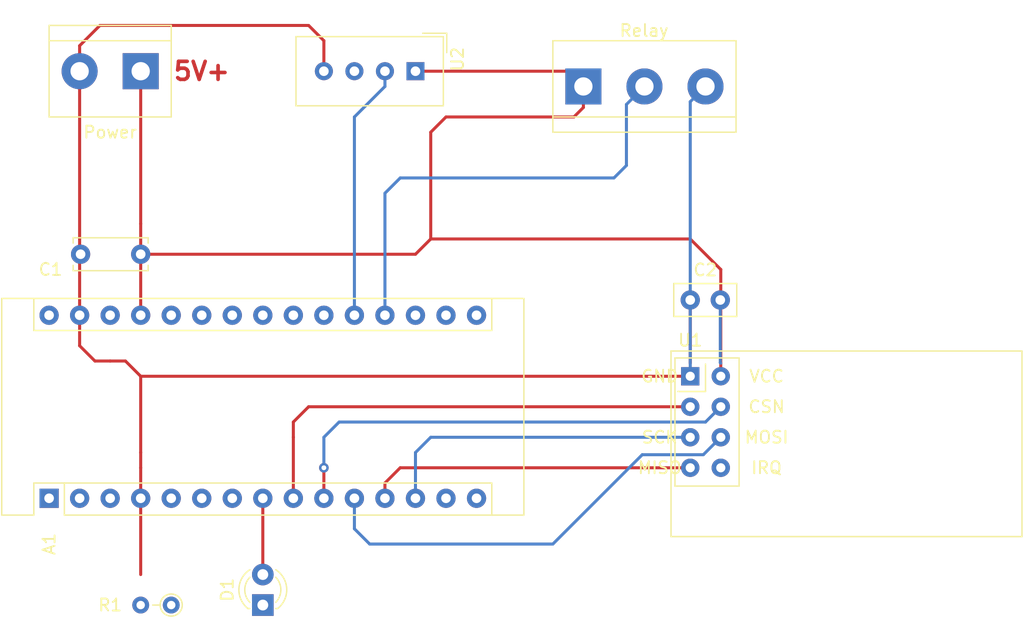
<source format=kicad_pcb>
(kicad_pcb (version 20171130) (host pcbnew "(5.1.2)-2")

  (general
    (thickness 1.6)
    (drawings 8)
    (tracks 68)
    (zones 0)
    (modules 9)
    (nets 35)
  )

  (page A4)
  (layers
    (0 F.Cu signal)
    (31 B.Cu signal)
    (32 B.Adhes user)
    (33 F.Adhes user)
    (34 B.Paste user)
    (35 F.Paste user)
    (36 B.SilkS user)
    (37 F.SilkS user)
    (38 B.Mask user)
    (39 F.Mask user)
    (40 Dwgs.User user)
    (41 Cmts.User user)
    (42 Eco1.User user)
    (43 Eco2.User user)
    (44 Edge.Cuts user)
    (45 Margin user)
    (46 B.CrtYd user)
    (47 F.CrtYd user)
    (48 B.Fab user)
    (49 F.Fab user)
  )

  (setup
    (last_trace_width 0.25)
    (trace_clearance 0.2)
    (zone_clearance 0.508)
    (zone_45_only no)
    (trace_min 0.2)
    (via_size 0.8)
    (via_drill 0.4)
    (via_min_size 0.4)
    (via_min_drill 0.3)
    (uvia_size 0.3)
    (uvia_drill 0.1)
    (uvias_allowed no)
    (uvia_min_size 0.2)
    (uvia_min_drill 0.1)
    (edge_width 0.05)
    (segment_width 0.2)
    (pcb_text_width 0.3)
    (pcb_text_size 1.5 1.5)
    (mod_edge_width 0.12)
    (mod_text_size 1 1)
    (mod_text_width 0.15)
    (pad_size 1.6 1.6)
    (pad_drill 0.8)
    (pad_to_mask_clearance 0.051)
    (solder_mask_min_width 0.25)
    (aux_axis_origin 0 0)
    (visible_elements 7FFFFFFF)
    (pcbplotparams
      (layerselection 0x010fc_ffffffff)
      (usegerberextensions false)
      (usegerberattributes false)
      (usegerberadvancedattributes false)
      (creategerberjobfile false)
      (excludeedgelayer true)
      (linewidth 0.100000)
      (plotframeref false)
      (viasonmask false)
      (mode 1)
      (useauxorigin false)
      (hpglpennumber 1)
      (hpglpenspeed 20)
      (hpglpendiameter 15.000000)
      (psnegative false)
      (psa4output false)
      (plotreference true)
      (plotvalue true)
      (plotinvisibletext false)
      (padsonsilk false)
      (subtractmaskfromsilk false)
      (outputformat 1)
      (mirror false)
      (drillshape 1)
      (scaleselection 1)
      (outputdirectory ""))
  )

  (net 0 "")
  (net 1 "Net-(A1-Pad16)")
  (net 2 "Net-(A1-Pad15)")
  (net 3 "Net-(A1-Pad30)")
  (net 4 "Net-(A1-Pad14)")
  (net 5 "Net-(A1-Pad13)")
  (net 6 "Net-(A1-Pad28)")
  (net 7 "Net-(A1-Pad12)")
  (net 8 "Net-(A1-Pad11)")
  (net 9 "Net-(A1-Pad26)")
  (net 10 "Net-(A1-Pad10)")
  (net 11 "Net-(A1-Pad25)")
  (net 12 "Net-(A1-Pad24)")
  (net 13 "Net-(A1-Pad8)")
  (net 14 "Net-(A1-Pad23)")
  (net 15 "Net-(A1-Pad7)")
  (net 16 "Net-(A1-Pad22)")
  (net 17 "Net-(A1-Pad6)")
  (net 18 "Net-(A1-Pad21)")
  (net 19 "Net-(A1-Pad5)")
  (net 20 "Net-(A1-Pad20)")
  (net 21 "Net-(A1-Pad19)")
  (net 22 "Net-(A1-Pad3)")
  (net 23 "Net-(A1-Pad18)")
  (net 24 "Net-(A1-Pad2)")
  (net 25 "Net-(A1-Pad17)")
  (net 26 "Net-(A1-Pad1)")
  (net 27 "Net-(U1-Pad8)")
  (net 28 "Net-(A1-Pad9)")
  (net 29 "Net-(D1-Pad1)")
  (net 30 GND)
  (net 31 +5V)
  (net 32 "Net-(U2-Pad3)")
  (net 33 "Net-(C2-Pad2)")
  (net 34 "Net-(C2-Pad1)")

  (net_class Default "This is the default net class."
    (clearance 0.2)
    (trace_width 0.25)
    (via_dia 0.8)
    (via_drill 0.4)
    (uvia_dia 0.3)
    (uvia_drill 0.1)
    (add_net +5V)
    (add_net GND)
    (add_net "Net-(A1-Pad1)")
    (add_net "Net-(A1-Pad10)")
    (add_net "Net-(A1-Pad11)")
    (add_net "Net-(A1-Pad12)")
    (add_net "Net-(A1-Pad13)")
    (add_net "Net-(A1-Pad14)")
    (add_net "Net-(A1-Pad15)")
    (add_net "Net-(A1-Pad16)")
    (add_net "Net-(A1-Pad17)")
    (add_net "Net-(A1-Pad18)")
    (add_net "Net-(A1-Pad19)")
    (add_net "Net-(A1-Pad2)")
    (add_net "Net-(A1-Pad20)")
    (add_net "Net-(A1-Pad21)")
    (add_net "Net-(A1-Pad22)")
    (add_net "Net-(A1-Pad23)")
    (add_net "Net-(A1-Pad24)")
    (add_net "Net-(A1-Pad25)")
    (add_net "Net-(A1-Pad26)")
    (add_net "Net-(A1-Pad28)")
    (add_net "Net-(A1-Pad3)")
    (add_net "Net-(A1-Pad30)")
    (add_net "Net-(A1-Pad5)")
    (add_net "Net-(A1-Pad6)")
    (add_net "Net-(A1-Pad7)")
    (add_net "Net-(A1-Pad8)")
    (add_net "Net-(A1-Pad9)")
    (add_net "Net-(C2-Pad1)")
    (add_net "Net-(C2-Pad2)")
    (add_net "Net-(D1-Pad1)")
    (add_net "Net-(U1-Pad8)")
    (add_net "Net-(U2-Pad3)")
  )

  (module Module:Arduino_Nano (layer F.Cu) (tedit 58ACAF70) (tstamp 5D22BD27)
    (at 86.36 90.17 90)
    (descr "Arduino Nano, http://www.mouser.com/pdfdocs/Gravitech_Arduino_Nano3_0.pdf")
    (tags "Arduino Nano")
    (path /5D224824)
    (fp_text reference A1 (at -3.81 0 90) (layer F.SilkS)
      (effects (font (size 1 1) (thickness 0.15)))
    )
    (fp_text value Arduino_Nano_v2.x (at 8.89 19.05) (layer F.Fab)
      (effects (font (size 1 1) (thickness 0.15)))
    )
    (fp_line (start 16.75 42.16) (end -1.53 42.16) (layer F.CrtYd) (width 0.05))
    (fp_line (start 16.75 42.16) (end 16.75 -4.06) (layer F.CrtYd) (width 0.05))
    (fp_line (start -1.53 -4.06) (end -1.53 42.16) (layer F.CrtYd) (width 0.05))
    (fp_line (start -1.53 -4.06) (end 16.75 -4.06) (layer F.CrtYd) (width 0.05))
    (fp_line (start 16.51 -3.81) (end 16.51 39.37) (layer F.Fab) (width 0.1))
    (fp_line (start 0 -3.81) (end 16.51 -3.81) (layer F.Fab) (width 0.1))
    (fp_line (start -1.27 -2.54) (end 0 -3.81) (layer F.Fab) (width 0.1))
    (fp_line (start -1.27 39.37) (end -1.27 -2.54) (layer F.Fab) (width 0.1))
    (fp_line (start 16.51 39.37) (end -1.27 39.37) (layer F.Fab) (width 0.1))
    (fp_line (start 16.64 -3.94) (end -1.4 -3.94) (layer F.SilkS) (width 0.12))
    (fp_line (start 16.64 39.5) (end 16.64 -3.94) (layer F.SilkS) (width 0.12))
    (fp_line (start -1.4 39.5) (end 16.64 39.5) (layer F.SilkS) (width 0.12))
    (fp_line (start 3.81 41.91) (end 3.81 31.75) (layer F.Fab) (width 0.1))
    (fp_line (start 11.43 41.91) (end 3.81 41.91) (layer F.Fab) (width 0.1))
    (fp_line (start 11.43 31.75) (end 11.43 41.91) (layer F.Fab) (width 0.1))
    (fp_line (start 3.81 31.75) (end 11.43 31.75) (layer F.Fab) (width 0.1))
    (fp_line (start 1.27 36.83) (end -1.4 36.83) (layer F.SilkS) (width 0.12))
    (fp_line (start 1.27 1.27) (end 1.27 36.83) (layer F.SilkS) (width 0.12))
    (fp_line (start 1.27 1.27) (end -1.4 1.27) (layer F.SilkS) (width 0.12))
    (fp_line (start 13.97 36.83) (end 16.64 36.83) (layer F.SilkS) (width 0.12))
    (fp_line (start 13.97 -1.27) (end 13.97 36.83) (layer F.SilkS) (width 0.12))
    (fp_line (start 13.97 -1.27) (end 16.64 -1.27) (layer F.SilkS) (width 0.12))
    (fp_line (start -1.4 -3.94) (end -1.4 -1.27) (layer F.SilkS) (width 0.12))
    (fp_line (start -1.4 1.27) (end -1.4 39.5) (layer F.SilkS) (width 0.12))
    (fp_line (start 1.27 -1.27) (end -1.4 -1.27) (layer F.SilkS) (width 0.12))
    (fp_line (start 1.27 1.27) (end 1.27 -1.27) (layer F.SilkS) (width 0.12))
    (fp_text user %R (at 3.81 0) (layer F.Fab)
      (effects (font (size 1 1) (thickness 0.15)))
    )
    (pad 16 thru_hole oval (at 15.24 35.56 90) (size 1.6 1.6) (drill 0.8) (layers *.Cu *.Mask)
      (net 1 "Net-(A1-Pad16)"))
    (pad 15 thru_hole oval (at 0 35.56 90) (size 1.6 1.6) (drill 0.8) (layers *.Cu *.Mask)
      (net 2 "Net-(A1-Pad15)"))
    (pad 30 thru_hole oval (at 15.24 0 90) (size 1.6 1.6) (drill 0.8) (layers *.Cu *.Mask)
      (net 3 "Net-(A1-Pad30)"))
    (pad 14 thru_hole oval (at 0 33.02 90) (size 1.6 1.6) (drill 0.8) (layers *.Cu *.Mask)
      (net 4 "Net-(A1-Pad14)"))
    (pad 29 thru_hole oval (at 15.24 2.54 90) (size 1.6 1.6) (drill 0.8) (layers *.Cu *.Mask)
      (net 30 GND))
    (pad 13 thru_hole oval (at 0 30.48 90) (size 1.6 1.6) (drill 0.8) (layers *.Cu *.Mask)
      (net 5 "Net-(A1-Pad13)"))
    (pad 28 thru_hole oval (at 15.24 5.08 90) (size 1.6 1.6) (drill 0.8) (layers *.Cu *.Mask)
      (net 6 "Net-(A1-Pad28)"))
    (pad 12 thru_hole oval (at 0 27.94 90) (size 1.6 1.6) (drill 0.8) (layers *.Cu *.Mask)
      (net 7 "Net-(A1-Pad12)"))
    (pad 27 thru_hole oval (at 15.24 7.62 90) (size 1.6 1.6) (drill 0.8) (layers *.Cu *.Mask)
      (net 31 +5V))
    (pad 11 thru_hole oval (at 0 25.4 90) (size 1.6 1.6) (drill 0.8) (layers *.Cu *.Mask)
      (net 8 "Net-(A1-Pad11)"))
    (pad 26 thru_hole oval (at 15.24 10.16 90) (size 1.6 1.6) (drill 0.8) (layers *.Cu *.Mask)
      (net 9 "Net-(A1-Pad26)"))
    (pad 10 thru_hole oval (at 0 22.86 90) (size 1.6 1.6) (drill 0.8) (layers *.Cu *.Mask)
      (net 10 "Net-(A1-Pad10)"))
    (pad 25 thru_hole oval (at 15.24 12.7 90) (size 1.6 1.6) (drill 0.8) (layers *.Cu *.Mask)
      (net 11 "Net-(A1-Pad25)"))
    (pad 9 thru_hole oval (at 0 20.32 90) (size 1.6 1.6) (drill 0.8) (layers *.Cu *.Mask)
      (net 28 "Net-(A1-Pad9)"))
    (pad 24 thru_hole oval (at 15.24 15.24 90) (size 1.6 1.6) (drill 0.8) (layers *.Cu *.Mask)
      (net 12 "Net-(A1-Pad24)"))
    (pad 8 thru_hole oval (at 0 17.78 90) (size 1.6 1.6) (drill 0.8) (layers *.Cu *.Mask)
      (net 13 "Net-(A1-Pad8)"))
    (pad 23 thru_hole oval (at 15.24 17.78 90) (size 1.6 1.6) (drill 0.8) (layers *.Cu *.Mask)
      (net 14 "Net-(A1-Pad23)"))
    (pad 7 thru_hole oval (at 0 15.24 90) (size 1.6 1.6) (drill 0.8) (layers *.Cu *.Mask)
      (net 15 "Net-(A1-Pad7)"))
    (pad 22 thru_hole oval (at 15.24 20.32 90) (size 1.6 1.6) (drill 0.8) (layers *.Cu *.Mask)
      (net 16 "Net-(A1-Pad22)"))
    (pad 6 thru_hole oval (at 0 12.7 90) (size 1.6 1.6) (drill 0.8) (layers *.Cu *.Mask)
      (net 17 "Net-(A1-Pad6)"))
    (pad 21 thru_hole oval (at 15.24 22.86 90) (size 1.6 1.6) (drill 0.8) (layers *.Cu *.Mask)
      (net 18 "Net-(A1-Pad21)"))
    (pad 5 thru_hole oval (at 0 10.16 90) (size 1.6 1.6) (drill 0.8) (layers *.Cu *.Mask)
      (net 19 "Net-(A1-Pad5)"))
    (pad 20 thru_hole oval (at 15.24 25.4 90) (size 1.6 1.6) (drill 0.8) (layers *.Cu *.Mask)
      (net 20 "Net-(A1-Pad20)"))
    (pad 4 thru_hole oval (at 0 7.62 90) (size 1.6 1.6) (drill 0.8) (layers *.Cu *.Mask)
      (net 30 GND))
    (pad 19 thru_hole oval (at 15.24 27.94 90) (size 1.6 1.6) (drill 0.8) (layers *.Cu *.Mask)
      (net 21 "Net-(A1-Pad19)"))
    (pad 3 thru_hole oval (at 0 5.08 90) (size 1.6 1.6) (drill 0.8) (layers *.Cu *.Mask)
      (net 22 "Net-(A1-Pad3)"))
    (pad 18 thru_hole oval (at 15.24 30.48 90) (size 1.6 1.6) (drill 0.8) (layers *.Cu *.Mask)
      (net 23 "Net-(A1-Pad18)"))
    (pad 2 thru_hole oval (at 0 2.54 90) (size 1.6 1.6) (drill 0.8) (layers *.Cu *.Mask)
      (net 24 "Net-(A1-Pad2)"))
    (pad 17 thru_hole oval (at 15.24 33.02 90) (size 1.6 1.6) (drill 0.8) (layers *.Cu *.Mask)
      (net 25 "Net-(A1-Pad17)"))
    (pad 1 thru_hole rect (at 0 0 90) (size 1.6 1.6) (drill 0.8) (layers *.Cu *.Mask)
      (net 26 "Net-(A1-Pad1)"))
    (model ${KISYS3DMOD}/Module.3dshapes/Arduino_Nano_WithMountingHoles.wrl
      (at (xyz 0 0 0))
      (scale (xyz 1 1 1))
      (rotate (xyz 0 0 0))
    )
  )

  (module Capacitor_THT:C_Disc_D6.0mm_W2.5mm_P5.00mm (layer F.Cu) (tedit 5AE50EF0) (tstamp 5D29306A)
    (at 93.98 69.85 180)
    (descr "C, Disc series, Radial, pin pitch=5.00mm, , diameter*width=6*2.5mm^2, Capacitor, http://cdn-reichelt.de/documents/datenblatt/B300/DS_KERKO_TC.pdf")
    (tags "C Disc series Radial pin pitch 5.00mm  diameter 6mm width 2.5mm Capacitor")
    (path /5D2A488E)
    (fp_text reference C1 (at 7.5 -1.27) (layer F.SilkS)
      (effects (font (size 1 1) (thickness 0.15)))
    )
    (fp_text value C (at 7.62 1.27) (layer F.Fab)
      (effects (font (size 1 1) (thickness 0.15)))
    )
    (fp_line (start 6.05 -1.5) (end -1.05 -1.5) (layer F.CrtYd) (width 0.05))
    (fp_line (start 6.05 1.5) (end 6.05 -1.5) (layer F.CrtYd) (width 0.05))
    (fp_line (start -1.05 1.5) (end 6.05 1.5) (layer F.CrtYd) (width 0.05))
    (fp_line (start -1.05 -1.5) (end -1.05 1.5) (layer F.CrtYd) (width 0.05))
    (fp_line (start 5.62 0.925) (end 5.62 1.37) (layer F.SilkS) (width 0.12))
    (fp_line (start 5.62 -1.37) (end 5.62 -0.925) (layer F.SilkS) (width 0.12))
    (fp_line (start -0.62 0.925) (end -0.62 1.37) (layer F.SilkS) (width 0.12))
    (fp_line (start -0.62 -1.37) (end -0.62 -0.925) (layer F.SilkS) (width 0.12))
    (fp_line (start -0.62 1.37) (end 5.62 1.37) (layer F.SilkS) (width 0.12))
    (fp_line (start -0.62 -1.37) (end 5.62 -1.37) (layer F.SilkS) (width 0.12))
    (fp_line (start 5.5 -1.25) (end -0.5 -1.25) (layer F.Fab) (width 0.1))
    (fp_line (start 5.5 1.25) (end 5.5 -1.25) (layer F.Fab) (width 0.1))
    (fp_line (start -0.5 1.25) (end 5.5 1.25) (layer F.Fab) (width 0.1))
    (fp_line (start -0.5 -1.25) (end -0.5 1.25) (layer F.Fab) (width 0.1))
    (pad 2 thru_hole circle (at 5 0 180) (size 1.6 1.6) (drill 0.8) (layers *.Cu *.Mask)
      (net 30 GND))
    (pad 1 thru_hole circle (at 0 0 180) (size 1.6 1.6) (drill 0.8) (layers *.Cu *.Mask)
      (net 31 +5V))
    (model ${KISYS3DMOD}/Capacitor_THT.3dshapes/C_Disc_D6.0mm_W2.5mm_P5.00mm.wrl
      (at (xyz 0 0 0))
      (scale (xyz 1 1 1))
      (rotate (xyz 0 0 0))
    )
  )

  (module Capacitor_THT:C_Disc_D5.0mm_W2.5mm_P2.50mm (layer F.Cu) (tedit 5AE50EF0) (tstamp 5D29915F)
    (at 139.7 73.66)
    (descr "C, Disc series, Radial, pin pitch=2.50mm, , diameter*width=5*2.5mm^2, Capacitor, http://cdn-reichelt.de/documents/datenblatt/B300/DS_KERKO_TC.pdf")
    (tags "C Disc series Radial pin pitch 2.50mm  diameter 5mm width 2.5mm Capacitor")
    (path /5D2DD399)
    (fp_text reference C2 (at 1.25 -2.5) (layer F.SilkS)
      (effects (font (size 1 1) (thickness 0.15)))
    )
    (fp_text value 10uf (at 1.25 2.5) (layer F.Fab)
      (effects (font (size 1 1) (thickness 0.15)))
    )
    (fp_text user %R (at 1.25 0) (layer F.Fab)
      (effects (font (size 1 1) (thickness 0.15)))
    )
    (fp_line (start 4 -1.5) (end -1.5 -1.5) (layer F.CrtYd) (width 0.05))
    (fp_line (start 4 1.5) (end 4 -1.5) (layer F.CrtYd) (width 0.05))
    (fp_line (start -1.5 1.5) (end 4 1.5) (layer F.CrtYd) (width 0.05))
    (fp_line (start -1.5 -1.5) (end -1.5 1.5) (layer F.CrtYd) (width 0.05))
    (fp_line (start 3.87 -1.37) (end 3.87 1.37) (layer F.SilkS) (width 0.12))
    (fp_line (start -1.37 -1.37) (end -1.37 1.37) (layer F.SilkS) (width 0.12))
    (fp_line (start -1.37 1.37) (end 3.87 1.37) (layer F.SilkS) (width 0.12))
    (fp_line (start -1.37 -1.37) (end 3.87 -1.37) (layer F.SilkS) (width 0.12))
    (fp_line (start 3.75 -1.25) (end -1.25 -1.25) (layer F.Fab) (width 0.1))
    (fp_line (start 3.75 1.25) (end 3.75 -1.25) (layer F.Fab) (width 0.1))
    (fp_line (start -1.25 1.25) (end 3.75 1.25) (layer F.Fab) (width 0.1))
    (fp_line (start -1.25 -1.25) (end -1.25 1.25) (layer F.Fab) (width 0.1))
    (pad 2 thru_hole circle (at 2.5 0) (size 1.6 1.6) (drill 0.8) (layers *.Cu *.Mask)
      (net 33 "Net-(C2-Pad2)"))
    (pad 1 thru_hole circle (at 0 0) (size 1.6 1.6) (drill 0.8) (layers *.Cu *.Mask)
      (net 34 "Net-(C2-Pad1)"))
    (model ${KISYS3DMOD}/Capacitor_THT.3dshapes/C_Disc_D5.0mm_W2.5mm_P2.50mm.wrl
      (at (xyz 0 0 0))
      (scale (xyz 1 1 1))
      (rotate (xyz 0 0 0))
    )
  )

  (module Sensor:Aosong_DHT11_5.5x12.0_P2.54mm (layer F.Cu) (tedit 5C4B60CF) (tstamp 5D297662)
    (at 116.84 54.61 270)
    (descr "Temperature and humidity module, http://akizukidenshi.com/download/ds/aosong/DHT11.pdf")
    (tags "Temperature and humidity module")
    (path /5D2BE7D6)
    (fp_text reference U2 (at -1 -3.5 90) (layer F.SilkS)
      (effects (font (size 1 1) (thickness 0.15)))
    )
    (fp_text value DHT11 (at 0 11.3 90) (layer F.Fab)
      (effects (font (size 1 1) (thickness 0.15)))
    )
    (fp_line (start -3.16 -2.6) (end -1.55 -2.6) (layer F.SilkS) (width 0.12))
    (fp_line (start -3.16 -2.6) (end -3.16 -0.6) (layer F.SilkS) (width 0.12))
    (fp_line (start -2.75 -1.19) (end -1.75 -2.19) (layer F.Fab) (width 0.1))
    (fp_line (start -3 10.06) (end -3 -2.44) (layer F.CrtYd) (width 0.05))
    (fp_line (start 3 10.06) (end -3 10.06) (layer F.CrtYd) (width 0.05))
    (fp_line (start 3 -2.44) (end 3 10.06) (layer F.CrtYd) (width 0.05))
    (fp_line (start -3 -2.44) (end 3 -2.44) (layer F.CrtYd) (width 0.05))
    (fp_text user %R (at 0 3.81 90) (layer F.Fab)
      (effects (font (size 1 1) (thickness 0.15)))
    )
    (fp_line (start -2.88 9.94) (end -2.88 -2.31) (layer F.SilkS) (width 0.12))
    (fp_line (start 2.88 9.94) (end -2.88 9.94) (layer F.SilkS) (width 0.12))
    (fp_line (start 2.88 -2.32) (end 2.88 9.94) (layer F.SilkS) (width 0.12))
    (fp_line (start -2.87 -2.32) (end 2.87 -2.32) (layer F.SilkS) (width 0.12))
    (fp_line (start -2.75 -1.19) (end -2.75 9.81) (layer F.Fab) (width 0.1))
    (fp_line (start 2.75 9.81) (end -2.75 9.81) (layer F.Fab) (width 0.1))
    (fp_line (start 2.75 -2.19) (end 2.75 9.81) (layer F.Fab) (width 0.1))
    (fp_line (start -1.75 -2.19) (end 2.75 -2.19) (layer F.Fab) (width 0.1))
    (pad 4 thru_hole circle (at 0 7.62 270) (size 1.5 1.5) (drill 0.8) (layers *.Cu *.Mask)
      (net 30 GND))
    (pad 3 thru_hole circle (at 0 5.08 270) (size 1.5 1.5) (drill 0.8) (layers *.Cu *.Mask)
      (net 32 "Net-(U2-Pad3)"))
    (pad 2 thru_hole circle (at 0 2.54 270) (size 1.5 1.5) (drill 0.8) (layers *.Cu *.Mask)
      (net 20 "Net-(A1-Pad20)"))
    (pad 1 thru_hole rect (at 0 0 270) (size 1.5 1.5) (drill 0.8) (layers *.Cu *.Mask)
      (net 31 +5V))
    (model ${KISYS3DMOD}/Sensor.3dshapes/Aosong_DHT11_5.5x12.0_P2.54mm.wrl
      (at (xyz 0 0 0))
      (scale (xyz 1 1 1))
      (rotate (xyz 0 0 0))
    )
  )

  (module TerminalBlock:TerminalBlock_bornier-3_P5.08mm (layer F.Cu) (tedit 59FF03B9) (tstamp 5D2971F9)
    (at 130.81 55.88)
    (descr "simple 3-pin terminal block, pitch 5.08mm, revamped version of bornier3")
    (tags "terminal block bornier3")
    (path /5D2CB9EB)
    (fp_text reference Relay (at 5.05 -4.65) (layer F.SilkS)
      (effects (font (size 1 1) (thickness 0.15)))
    )
    (fp_text value Screw_Terminal_01x03 (at 5.08 5.08) (layer F.Fab)
      (effects (font (size 1 1) (thickness 0.15)))
    )
    (fp_line (start 12.88 4) (end -2.72 4) (layer F.CrtYd) (width 0.05))
    (fp_line (start 12.88 4) (end 12.88 -4) (layer F.CrtYd) (width 0.05))
    (fp_line (start -2.72 -4) (end -2.72 4) (layer F.CrtYd) (width 0.05))
    (fp_line (start -2.72 -4) (end 12.88 -4) (layer F.CrtYd) (width 0.05))
    (fp_line (start -2.54 3.81) (end 12.7 3.81) (layer F.SilkS) (width 0.12))
    (fp_line (start -2.54 -3.81) (end 12.7 -3.81) (layer F.SilkS) (width 0.12))
    (fp_line (start -2.54 2.54) (end 12.7 2.54) (layer F.SilkS) (width 0.12))
    (fp_line (start 12.7 3.81) (end 12.7 -3.81) (layer F.SilkS) (width 0.12))
    (fp_line (start -2.54 3.81) (end -2.54 -3.81) (layer F.SilkS) (width 0.12))
    (fp_line (start -2.47 3.75) (end -2.47 -3.75) (layer F.Fab) (width 0.1))
    (fp_line (start 12.63 3.75) (end -2.47 3.75) (layer F.Fab) (width 0.1))
    (fp_line (start 12.63 -3.75) (end 12.63 3.75) (layer F.Fab) (width 0.1))
    (fp_line (start -2.47 -3.75) (end 12.63 -3.75) (layer F.Fab) (width 0.1))
    (fp_line (start -2.47 2.55) (end 12.63 2.55) (layer F.Fab) (width 0.1))
    (fp_text user %R (at 5.08 0) (layer F.Fab)
      (effects (font (size 1 1) (thickness 0.15)))
    )
    (pad 3 thru_hole circle (at 10.16 0) (size 3 3) (drill 1.52) (layers *.Cu *.Mask)
      (net 30 GND))
    (pad 2 thru_hole circle (at 5.08 0) (size 3 3) (drill 1.52) (layers *.Cu *.Mask)
      (net 21 "Net-(A1-Pad19)"))
    (pad 1 thru_hole rect (at 0 0) (size 3 3) (drill 1.52) (layers *.Cu *.Mask)
      (net 31 +5V))
    (model ${KISYS3DMOD}/TerminalBlock.3dshapes/TerminalBlock_bornier-3_P5.08mm.wrl
      (offset (xyz 5.079999923706055 0 0))
      (scale (xyz 1 1 1))
      (rotate (xyz 0 0 0))
    )
  )

  (module Resistor_THT:R_Axial_DIN0204_L3.6mm_D1.6mm_P2.54mm_Vertical (layer F.Cu) (tedit 5AE5139B) (tstamp 5D255EFD)
    (at 96.52 99.06 180)
    (descr "Resistor, Axial_DIN0204 series, Axial, Vertical, pin pitch=2.54mm, 0.167W, length*diameter=3.6*1.6mm^2, http://cdn-reichelt.de/documents/datenblatt/B400/1_4W%23YAG.pdf")
    (tags "Resistor Axial_DIN0204 series Axial Vertical pin pitch 2.54mm 0.167W length 3.6mm diameter 1.6mm")
    (path /5D256831)
    (fp_text reference R1 (at 5.08 0) (layer F.SilkS)
      (effects (font (size 1 1) (thickness 0.15)))
    )
    (fp_text value R (at 5.08 2.37) (layer F.Fab)
      (effects (font (size 1 1) (thickness 0.15)))
    )
    (fp_line (start 3.49 -1.05) (end -1.05 -1.05) (layer F.CrtYd) (width 0.05))
    (fp_line (start 3.49 1.05) (end 3.49 -1.05) (layer F.CrtYd) (width 0.05))
    (fp_line (start -1.05 1.05) (end 3.49 1.05) (layer F.CrtYd) (width 0.05))
    (fp_line (start -1.05 -1.05) (end -1.05 1.05) (layer F.CrtYd) (width 0.05))
    (fp_line (start 0.92 0) (end 1.54 0) (layer F.SilkS) (width 0.12))
    (fp_line (start 0 0) (end 2.54 0) (layer F.Fab) (width 0.1))
    (fp_circle (center 0 0) (end 0.92 0) (layer F.SilkS) (width 0.12))
    (fp_circle (center 0 0) (end 0.8 0) (layer F.Fab) (width 0.1))
    (pad 2 thru_hole oval (at 2.54 0 180) (size 1.4 1.4) (drill 0.7) (layers *.Cu *.Mask)
      (net 30 GND))
    (pad 1 thru_hole circle (at 0 0 180) (size 1.4 1.4) (drill 0.7) (layers *.Cu *.Mask)
      (net 29 "Net-(D1-Pad1)"))
    (model ${KISYS3DMOD}/Resistor_THT.3dshapes/R_Axial_DIN0204_L3.6mm_D1.6mm_P2.54mm_Vertical.wrl
      (at (xyz 0 0 0))
      (scale (xyz 1 1 1))
      (rotate (xyz 0 0 0))
    )
  )

  (module RF_Module:nRF24L01_Breakout (layer F.Cu) (tedit 5A056C61) (tstamp 5D22BD51)
    (at 139.7 80.01)
    (descr "nRF24L01 breakout board")
    (tags "nRF24L01 adapter breakout")
    (path /5D24E31C)
    (fp_text reference U1 (at 0 -3) (layer F.SilkS)
      (effects (font (size 1 1) (thickness 0.15)))
    )
    (fp_text value NRF24L01_Breakout (at 13 5) (layer F.Fab)
      (effects (font (size 1 1) (thickness 0.15)))
    )
    (fp_text user %R (at 12.5 2.5) (layer F.Fab)
      (effects (font (size 1 1) (thickness 0.15)))
    )
    (fp_line (start 27.75 -2.25) (end 27.75 -2.25) (layer F.CrtYd) (width 0.05))
    (fp_line (start 27.75 13.5) (end 27.75 -2.25) (layer F.CrtYd) (width 0.05))
    (fp_line (start -1.75 13.5) (end 27.75 13.5) (layer F.CrtYd) (width 0.05))
    (fp_line (start -1.75 -2.25) (end -1.75 13.5) (layer F.CrtYd) (width 0.05))
    (fp_line (start 27.75 -2.25) (end -1.75 -2.25) (layer F.CrtYd) (width 0.05))
    (fp_line (start -1.27 -1.524) (end -1.27 -1.524) (layer F.SilkS) (width 0.12))
    (fp_line (start -1.27 9.144) (end -1.27 -1.524) (layer F.SilkS) (width 0.12))
    (fp_line (start -1.6 -2.1) (end -1.6 -2.1) (layer F.SilkS) (width 0.12))
    (fp_line (start -1.6 13.35) (end -1.6 -2.1) (layer F.SilkS) (width 0.12))
    (fp_line (start 27.6 13.35) (end -1.6 13.35) (layer F.SilkS) (width 0.12))
    (fp_line (start 27.6 -2.1) (end 27.6 13.35) (layer F.SilkS) (width 0.12))
    (fp_line (start -1.6 -2.1) (end 27.6 -2.1) (layer F.SilkS) (width 0.12))
    (fp_line (start -1.016 1.27) (end -1.016 1.27) (layer F.SilkS) (width 0.12))
    (fp_line (start 1.27 1.27) (end -1.016 1.27) (layer F.SilkS) (width 0.12))
    (fp_line (start 1.27 -1.016) (end 1.27 1.27) (layer F.SilkS) (width 0.12))
    (fp_line (start -1.27 9.144) (end -1.27 9.144) (layer F.SilkS) (width 0.12))
    (fp_line (start 4.064 9.144) (end -1.27 9.144) (layer F.SilkS) (width 0.12))
    (fp_line (start 4.064 -1.524) (end 4.064 9.144) (layer F.SilkS) (width 0.12))
    (fp_line (start -1.27 -1.524) (end 4.064 -1.524) (layer F.SilkS) (width 0.12))
    (fp_line (start -1.27 -1.27) (end -1.27 -1.27) (layer F.Fab) (width 0.1))
    (fp_line (start -1.27 8.89) (end -1.27 -1.27) (layer F.Fab) (width 0.1))
    (fp_line (start 3.81 8.89) (end -1.27 8.89) (layer F.Fab) (width 0.1))
    (fp_line (start 3.81 -1.27) (end 3.81 8.89) (layer F.Fab) (width 0.1))
    (fp_line (start -1.27 -1.27) (end 3.81 -1.27) (layer F.Fab) (width 0.1))
    (fp_line (start -1.5 -2) (end -1.5 -2) (layer F.Fab) (width 0.1))
    (fp_line (start -1.5 13.25) (end -1.5 -2) (layer F.Fab) (width 0.1))
    (fp_line (start 27.5 13.25) (end -1.5 13.25) (layer F.Fab) (width 0.1))
    (fp_line (start 27.5 -2) (end 27.5 13.25) (layer F.Fab) (width 0.1))
    (fp_line (start -1.5 -2) (end 27.5 -2) (layer F.Fab) (width 0.1))
    (pad 8 thru_hole circle (at 2.54 7.62) (size 1.524 1.524) (drill 0.762) (layers *.Cu *.Mask)
      (net 27 "Net-(U1-Pad8)"))
    (pad 7 thru_hole circle (at 0 7.62) (size 1.524 1.524) (drill 0.762) (layers *.Cu *.Mask)
      (net 7 "Net-(A1-Pad12)"))
    (pad 6 thru_hole circle (at 2.54 5.08) (size 1.524 1.524) (drill 0.762) (layers *.Cu *.Mask)
      (net 8 "Net-(A1-Pad11)"))
    (pad 5 thru_hole circle (at 0 5.08) (size 1.524 1.524) (drill 0.762) (layers *.Cu *.Mask)
      (net 5 "Net-(A1-Pad13)"))
    (pad 4 thru_hole circle (at 2.54 2.54) (size 1.524 1.524) (drill 0.762) (layers *.Cu *.Mask)
      (net 10 "Net-(A1-Pad10)"))
    (pad 3 thru_hole circle (at 0 2.54) (size 1.524 1.524) (drill 0.762) (layers *.Cu *.Mask)
      (net 28 "Net-(A1-Pad9)"))
    (pad 2 thru_hole circle (at 2.54 0) (size 1.524 1.524) (drill 0.762) (layers *.Cu *.Mask)
      (net 31 +5V))
    (pad 1 thru_hole rect (at 0 0) (size 1.524 1.524) (drill 0.762) (layers *.Cu *.Mask)
      (net 30 GND))
    (model ${KISYS3DMOD}/RF_Module.3dshapes/nRF24L01_Breakout.wrl
      (at (xyz 0 0 0))
      (scale (xyz 1 1 1))
      (rotate (xyz 0 0 0))
    )
  )

  (module TerminalBlock:TerminalBlock_bornier-2_P5.08mm (layer F.Cu) (tedit 59FF03AB) (tstamp 5D2925F2)
    (at 93.98 54.61 180)
    (descr "simple 2-pin terminal block, pitch 5.08mm, revamped version of bornier2")
    (tags "terminal block bornier2")
    (path /5D29E49A)
    (fp_text reference Power (at 2.54 -5.08) (layer F.SilkS)
      (effects (font (size 1 1) (thickness 0.15)))
    )
    (fp_text value Screw_Terminal_01x02 (at 2.54 5.08) (layer F.Fab)
      (effects (font (size 1 1) (thickness 0.15)))
    )
    (fp_line (start 7.79 4) (end -2.71 4) (layer F.CrtYd) (width 0.05))
    (fp_line (start 7.79 4) (end 7.79 -4) (layer F.CrtYd) (width 0.05))
    (fp_line (start -2.71 -4) (end -2.71 4) (layer F.CrtYd) (width 0.05))
    (fp_line (start -2.71 -4) (end 7.79 -4) (layer F.CrtYd) (width 0.05))
    (fp_line (start -2.54 3.81) (end 7.62 3.81) (layer F.SilkS) (width 0.12))
    (fp_line (start -2.54 -3.81) (end -2.54 3.81) (layer F.SilkS) (width 0.12))
    (fp_line (start 7.62 -3.81) (end -2.54 -3.81) (layer F.SilkS) (width 0.12))
    (fp_line (start 7.62 3.81) (end 7.62 -3.81) (layer F.SilkS) (width 0.12))
    (fp_line (start 7.62 2.54) (end -2.54 2.54) (layer F.SilkS) (width 0.12))
    (fp_line (start 7.54 -3.75) (end -2.46 -3.75) (layer F.Fab) (width 0.1))
    (fp_line (start 7.54 3.75) (end 7.54 -3.75) (layer F.Fab) (width 0.1))
    (fp_line (start -2.46 3.75) (end 7.54 3.75) (layer F.Fab) (width 0.1))
    (fp_line (start -2.46 -3.75) (end -2.46 3.75) (layer F.Fab) (width 0.1))
    (fp_line (start -2.41 2.55) (end 7.49 2.55) (layer F.Fab) (width 0.1))
    (fp_text user %R (at 2.54 0) (layer F.Fab)
      (effects (font (size 1 1) (thickness 0.15)))
    )
    (pad 2 thru_hole circle (at 5.08 0 180) (size 3 3) (drill 1.52) (layers *.Cu *.Mask)
      (net 30 GND))
    (pad 1 thru_hole rect (at 0 0 180) (size 3 3) (drill 1.52) (layers *.Cu *.Mask)
      (net 31 +5V))
    (model ${KISYS3DMOD}/TerminalBlock.3dshapes/TerminalBlock_bornier-2_P5.08mm.wrl
      (offset (xyz 2.539999961853027 0 0))
      (scale (xyz 1 1 1))
      (rotate (xyz 0 0 0))
    )
  )

  (module LED_THT:LED_D3.0mm_Clear (layer F.Cu) (tedit 5A6C9BC0) (tstamp 5D255E96)
    (at 104.14 99.06 90)
    (descr "IR-LED, diameter 3.0mm, 2 pins, color: clear")
    (tags "IR infrared LED diameter 3.0mm 2 pins clear")
    (path /5D25A7DD)
    (fp_text reference D1 (at 1.27 -2.96 90) (layer F.SilkS)
      (effects (font (size 1 1) (thickness 0.15)))
    )
    (fp_text value LED (at 1.27 2.96 90) (layer F.Fab)
      (effects (font (size 1 1) (thickness 0.15)))
    )
    (fp_arc (start 1.27 0) (end 0.229039 1.08) (angle -87.9) (layer F.SilkS) (width 0.12))
    (fp_arc (start 1.27 0) (end 0.229039 -1.08) (angle 87.9) (layer F.SilkS) (width 0.12))
    (fp_arc (start 1.27 0) (end -0.29 1.235516) (angle -108.8) (layer F.SilkS) (width 0.12))
    (fp_arc (start 1.27 0) (end -0.29 -1.235516) (angle 108.8) (layer F.SilkS) (width 0.12))
    (fp_arc (start 1.27 0) (end -0.23 -1.16619) (angle 284.3) (layer F.Fab) (width 0.1))
    (fp_circle (center 1.27 0) (end 2.77 0) (layer F.Fab) (width 0.1))
    (fp_line (start 3.7 -2.25) (end -1.15 -2.25) (layer F.CrtYd) (width 0.05))
    (fp_line (start 3.7 2.25) (end 3.7 -2.25) (layer F.CrtYd) (width 0.05))
    (fp_line (start -1.15 2.25) (end 3.7 2.25) (layer F.CrtYd) (width 0.05))
    (fp_line (start -1.15 -2.25) (end -1.15 2.25) (layer F.CrtYd) (width 0.05))
    (fp_line (start -0.29 1.08) (end -0.29 1.236) (layer F.SilkS) (width 0.12))
    (fp_line (start -0.29 -1.236) (end -0.29 -1.08) (layer F.SilkS) (width 0.12))
    (fp_line (start -0.23 -1.16619) (end -0.23 1.16619) (layer F.Fab) (width 0.1))
    (fp_text user %R (at 2.54 -2.54 90) (layer F.Fab)
      (effects (font (size 0.8 0.8) (thickness 0.12)))
    )
    (pad 2 thru_hole circle (at 2.54 0 90) (size 1.8 1.8) (drill 0.9) (layers *.Cu *.Mask)
      (net 13 "Net-(A1-Pad8)"))
    (pad 1 thru_hole rect (at 0 0 90) (size 1.8 1.8) (drill 0.9) (layers *.Cu *.Mask)
      (net 29 "Net-(D1-Pad1)"))
    (model ${KISYS3DMOD}/LED_THT.3dshapes/LED_D3.0mm_Clear.wrl
      (at (xyz 0 0 0))
      (scale (xyz 1 1 1))
      (rotate (xyz 0 0 0))
    )
  )

  (gr_text 5V+ (at 99.06 54.61) (layer F.Cu)
    (effects (font (size 1.5 1.5) (thickness 0.3)))
  )
  (gr_text SCK (at 137.16 85.09) (layer F.SilkS)
    (effects (font (size 1 1) (thickness 0.15)))
  )
  (gr_text "MOSI\n" (at 146.05 85.09) (layer F.SilkS)
    (effects (font (size 1 1) (thickness 0.15)))
  )
  (gr_text IRQ (at 146.05 87.63) (layer F.SilkS)
    (effects (font (size 1 1) (thickness 0.15)))
  )
  (gr_text MISO (at 137.16 87.63) (layer F.SilkS)
    (effects (font (size 1 1) (thickness 0.15)))
  )
  (gr_text CSN (at 146.05 82.55) (layer F.SilkS)
    (effects (font (size 1 1) (thickness 0.15)))
  )
  (gr_text VCC (at 146.05 80.01) (layer F.SilkS)
    (effects (font (size 1 1) (thickness 0.15)))
  )
  (gr_text GND (at 137.16 80.01) (layer F.SilkS)
    (effects (font (size 1 1) (thickness 0.15)))
  )

  (segment (start 139.7 85.09) (end 118.11 85.09) (width 0.25) (layer B.Cu) (net 5))
  (segment (start 118.11 85.09) (end 116.84 86.36) (width 0.25) (layer B.Cu) (net 5))
  (segment (start 116.84 86.36) (end 116.84 90.17) (width 0.25) (layer B.Cu) (net 5))
  (segment (start 139.7 87.63) (end 115.57 87.63) (width 0.25) (layer F.Cu) (net 7))
  (segment (start 115.57 87.63) (end 114.3 88.9) (width 0.25) (layer F.Cu) (net 7))
  (segment (start 114.3 88.9) (end 114.3 90.17) (width 0.25) (layer F.Cu) (net 7))
  (segment (start 140.787001 86.542999) (end 135.707001 86.542999) (width 0.25) (layer B.Cu) (net 8))
  (segment (start 142.24 85.09) (end 140.787001 86.542999) (width 0.25) (layer B.Cu) (net 8))
  (segment (start 135.707001 86.542999) (end 128.27 93.98) (width 0.25) (layer B.Cu) (net 8))
  (segment (start 128.27 93.98) (end 113.03 93.98) (width 0.25) (layer B.Cu) (net 8))
  (segment (start 113.03 93.98) (end 111.76 92.71) (width 0.25) (layer B.Cu) (net 8))
  (segment (start 111.76 92.71) (end 111.76 90.17) (width 0.25) (layer B.Cu) (net 8))
  (segment (start 109.22 90.17) (end 109.22 87.63) (width 0.25) (layer F.Cu) (net 10))
  (via (at 109.22 87.63) (size 0.8) (drill 0.4) (layers F.Cu B.Cu) (net 10))
  (segment (start 109.22 87.63) (end 109.22 85.09) (width 0.25) (layer B.Cu) (net 10))
  (segment (start 109.22 85.09) (end 110.49 83.82) (width 0.25) (layer B.Cu) (net 10))
  (segment (start 110.49 83.82) (end 140.97 83.82) (width 0.25) (layer B.Cu) (net 10))
  (segment (start 140.97 83.82) (end 142.24 82.55) (width 0.25) (layer B.Cu) (net 10))
  (segment (start 104.14 96.52) (end 104.14 90.17) (width 0.25) (layer F.Cu) (net 13))
  (segment (start 114.3 54.61) (end 114.3 55.88) (width 0.25) (layer B.Cu) (net 20))
  (segment (start 111.76 58.42) (end 111.76 74.93) (width 0.25) (layer B.Cu) (net 20))
  (segment (start 114.3 55.88) (end 111.76 58.42) (width 0.25) (layer B.Cu) (net 20))
  (segment (start 134.390001 57.379999) (end 134.390001 62.459999) (width 0.25) (layer B.Cu) (net 21))
  (segment (start 135.89 55.88) (end 134.390001 57.379999) (width 0.25) (layer B.Cu) (net 21))
  (segment (start 134.390001 62.459999) (end 133.35 63.5) (width 0.25) (layer B.Cu) (net 21))
  (segment (start 133.35 63.5) (end 115.57 63.5) (width 0.25) (layer B.Cu) (net 21))
  (segment (start 115.57 63.5) (end 114.3 64.77) (width 0.25) (layer B.Cu) (net 21))
  (segment (start 114.3 64.77) (end 114.3 74.93) (width 0.25) (layer B.Cu) (net 21))
  (segment (start 106.68 90.17) (end 106.68 85.09) (width 0.25) (layer F.Cu) (net 28))
  (segment (start 139.7 82.55) (end 107.95 82.55) (width 0.25) (layer F.Cu) (net 28))
  (segment (start 107.95 82.55) (end 106.68 83.82) (width 0.25) (layer F.Cu) (net 28))
  (segment (start 106.68 83.82) (end 106.68 85.09) (width 0.25) (layer F.Cu) (net 28))
  (segment (start 93.98 96.52) (end 93.98 90.17) (width 0.25) (layer F.Cu) (net 30))
  (segment (start 93.98 87.63) (end 93.98 90.17) (width 0.25) (layer F.Cu) (net 30))
  (segment (start 88.9 68.58) (end 88.9 54.61) (width 0.25) (layer F.Cu) (net 30))
  (segment (start 88.9 74.93) (end 88.9 68.58) (width 0.25) (layer F.Cu) (net 30))
  (segment (start 88.9 74.93) (end 88.9 77.47) (width 0.25) (layer F.Cu) (net 30))
  (segment (start 88.9 77.47) (end 90.17 78.74) (width 0.25) (layer F.Cu) (net 30))
  (segment (start 90.17 78.74) (end 91.44 78.74) (width 0.25) (layer F.Cu) (net 30))
  (segment (start 91.44 78.74) (end 92.71 78.74) (width 0.25) (layer F.Cu) (net 30))
  (segment (start 92.71 78.74) (end 93.98 80.01) (width 0.25) (layer F.Cu) (net 30))
  (segment (start 93.98 80.01) (end 139.7 80.01) (width 0.25) (layer F.Cu) (net 30))
  (segment (start 93.98 80.01) (end 93.98 86.36) (width 0.25) (layer F.Cu) (net 30))
  (segment (start 93.98 86.36) (end 93.98 87.63) (width 0.25) (layer F.Cu) (net 30))
  (segment (start 88.9 52.48868) (end 90.58868 50.8) (width 0.25) (layer F.Cu) (net 30))
  (segment (start 88.9 54.61) (end 88.9 52.48868) (width 0.25) (layer F.Cu) (net 30))
  (segment (start 90.58868 50.8) (end 107.95 50.8) (width 0.25) (layer F.Cu) (net 30))
  (segment (start 107.95 50.8) (end 109.22 52.07) (width 0.25) (layer F.Cu) (net 30))
  (segment (start 109.22 52.07) (end 109.22 54.61) (width 0.25) (layer F.Cu) (net 30))
  (segment (start 139.7 80.01) (end 139.7 57.15) (width 0.25) (layer B.Cu) (net 30))
  (segment (start 139.7 57.15) (end 140.97 55.88) (width 0.25) (layer B.Cu) (net 30))
  (segment (start 93.98 74.93) (end 93.98 67.31) (width 0.25) (layer F.Cu) (net 31))
  (segment (start 93.98 54.61) (end 93.98 67.31) (width 0.25) (layer F.Cu) (net 31))
  (segment (start 142.24 80.01) (end 142.24 71.12) (width 0.25) (layer F.Cu) (net 31))
  (segment (start 142.24 71.12) (end 139.7 68.58) (width 0.25) (layer F.Cu) (net 31))
  (segment (start 129.54 54.61) (end 130.81 55.88) (width 0.25) (layer F.Cu) (net 31))
  (segment (start 116.84 54.61) (end 129.54 54.61) (width 0.25) (layer F.Cu) (net 31))
  (segment (start 130.81 57.63) (end 130.02 58.42) (width 0.25) (layer F.Cu) (net 31))
  (segment (start 130.81 55.88) (end 130.81 57.63) (width 0.25) (layer F.Cu) (net 31))
  (segment (start 130.02 58.42) (end 119.38 58.42) (width 0.25) (layer F.Cu) (net 31))
  (segment (start 119.38 58.42) (end 118.11 59.69) (width 0.25) (layer F.Cu) (net 31))
  (segment (start 118.11 59.69) (end 118.11 68.58) (width 0.25) (layer F.Cu) (net 31))
  (segment (start 139.7 68.58) (end 118.11 68.58) (width 0.25) (layer F.Cu) (net 31))
  (segment (start 93.98 69.85) (end 116.84 69.85) (width 0.25) (layer F.Cu) (net 31))
  (segment (start 116.84 69.85) (end 118.11 68.58) (width 0.25) (layer F.Cu) (net 31))
  (segment (start 142.2 73.66) (end 142.2 78.882999) (width 0.25) (layer B.Cu) (net 33))
  (segment (start 142.2 78.882999) (end 142.24 78.922999) (width 0.25) (layer B.Cu) (net 33))
  (segment (start 139.7 73.66) (end 139.7 78.922999) (width 0.25) (layer F.Cu) (net 34))

)

</source>
